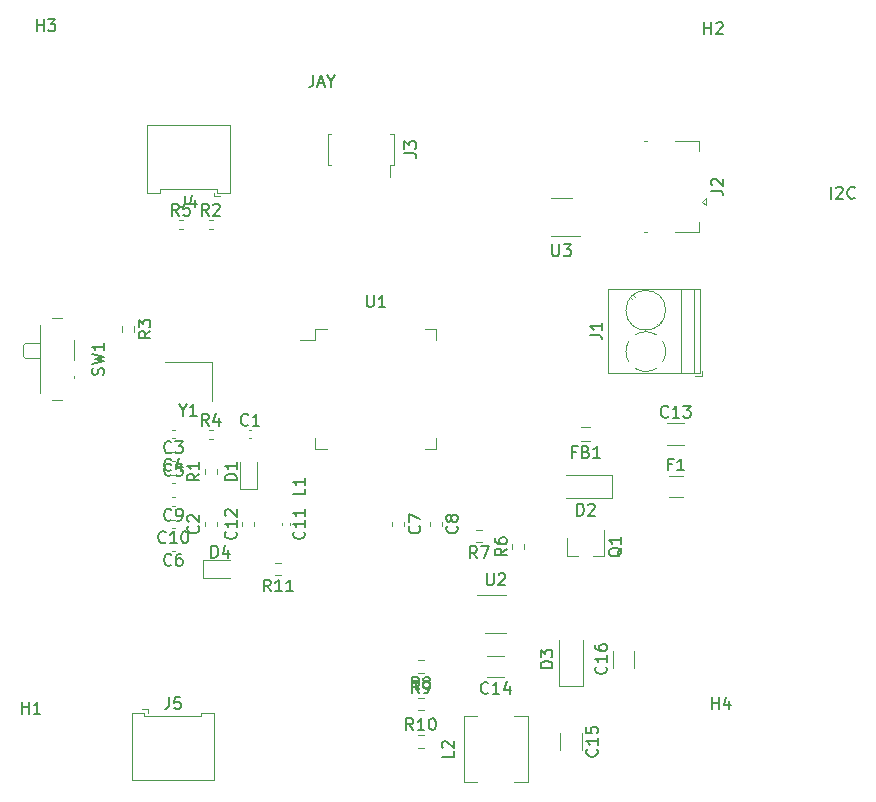
<source format=gbr>
%TF.GenerationSoftware,KiCad,Pcbnew,(5.1.9)-1*%
%TF.CreationDate,2021-05-06T02:52:03-06:00*%
%TF.ProjectId,stm32 design,73746d33-3220-4646-9573-69676e2e6b69,rev?*%
%TF.SameCoordinates,Original*%
%TF.FileFunction,Legend,Top*%
%TF.FilePolarity,Positive*%
%FSLAX46Y46*%
G04 Gerber Fmt 4.6, Leading zero omitted, Abs format (unit mm)*
G04 Created by KiCad (PCBNEW (5.1.9)-1) date 2021-05-06 02:52:03*
%MOMM*%
%LPD*%
G01*
G04 APERTURE LIST*
%ADD10C,0.150000*%
%ADD11C,0.120000*%
G04 APERTURE END LIST*
D10*
X135685714Y-50852380D02*
X135685714Y-51566666D01*
X135638095Y-51709523D01*
X135542857Y-51804761D01*
X135400000Y-51852380D01*
X135304761Y-51852380D01*
X136114285Y-51566666D02*
X136590476Y-51566666D01*
X136019047Y-51852380D02*
X136352380Y-50852380D01*
X136685714Y-51852380D01*
X137209523Y-51376190D02*
X137209523Y-51852380D01*
X136876190Y-50852380D02*
X137209523Y-51376190D01*
X137542857Y-50852380D01*
X179523809Y-61352380D02*
X179523809Y-60352380D01*
X179952380Y-60447619D02*
X180000000Y-60400000D01*
X180095238Y-60352380D01*
X180333333Y-60352380D01*
X180428571Y-60400000D01*
X180476190Y-60447619D01*
X180523809Y-60542857D01*
X180523809Y-60638095D01*
X180476190Y-60780952D01*
X179904761Y-61352380D01*
X180523809Y-61352380D01*
X181523809Y-61257142D02*
X181476190Y-61304761D01*
X181333333Y-61352380D01*
X181238095Y-61352380D01*
X181095238Y-61304761D01*
X181000000Y-61209523D01*
X180952380Y-61114285D01*
X180904761Y-60923809D01*
X180904761Y-60780952D01*
X180952380Y-60590476D01*
X181000000Y-60495238D01*
X181095238Y-60400000D01*
X181238095Y-60352380D01*
X181333333Y-60352380D01*
X181476190Y-60400000D01*
X181523809Y-60447619D01*
D11*
%TO.C,J2*%
X168900000Y-61325000D02*
X168900000Y-61925000D01*
X168600000Y-61625000D02*
X168900000Y-61925000D01*
X168600000Y-61625000D02*
X168900000Y-61325000D01*
X168370000Y-56455000D02*
X168370000Y-57325000D01*
X168370000Y-64195000D02*
X166300000Y-64195000D01*
X168370000Y-56455000D02*
X166300000Y-56455000D01*
X168370000Y-63325000D02*
X168370000Y-64195000D01*
X163900000Y-64195000D02*
X163650000Y-64195000D01*
X163900000Y-56455000D02*
X163650000Y-56455000D01*
%TO.C,C1*%
X130222164Y-81640000D02*
X130437836Y-81640000D01*
X130222164Y-80920000D02*
X130437836Y-80920000D01*
%TO.C,C2*%
X127510000Y-89040580D02*
X127510000Y-88759420D01*
X126490000Y-89040580D02*
X126490000Y-88759420D01*
%TO.C,C3*%
X123932836Y-81640000D02*
X123717164Y-81640000D01*
X123932836Y-80920000D02*
X123717164Y-80920000D01*
%TO.C,C4*%
X123717164Y-85450000D02*
X123932836Y-85450000D01*
X123717164Y-84730000D02*
X123932836Y-84730000D01*
%TO.C,C5*%
X123932836Y-83545000D02*
X123717164Y-83545000D01*
X123932836Y-82825000D02*
X123717164Y-82825000D01*
%TO.C,C6*%
X123932836Y-90445000D02*
X123717164Y-90445000D01*
X123932836Y-91165000D02*
X123717164Y-91165000D01*
%TO.C,C7*%
X143385000Y-88759420D02*
X143385000Y-89040580D01*
X142365000Y-88759420D02*
X142365000Y-89040580D01*
%TO.C,C8*%
X145540000Y-88759420D02*
X145540000Y-89040580D01*
X146560000Y-88759420D02*
X146560000Y-89040580D01*
%TO.C,C9*%
X123932836Y-87355000D02*
X123717164Y-87355000D01*
X123932836Y-86635000D02*
X123717164Y-86635000D01*
%TO.C,C10*%
X123932836Y-88540000D02*
X123717164Y-88540000D01*
X123932836Y-89260000D02*
X123717164Y-89260000D01*
%TO.C,C11*%
X133710000Y-88792164D02*
X133710000Y-89007836D01*
X132990000Y-88792164D02*
X132990000Y-89007836D01*
%TO.C,C12*%
X129665000Y-89040580D02*
X129665000Y-88759420D01*
X130685000Y-89040580D02*
X130685000Y-88759420D01*
%TO.C,C13*%
X165658748Y-82190000D02*
X167081252Y-82190000D01*
X165658748Y-80370000D02*
X167081252Y-80370000D01*
%TO.C,C14*%
X151841252Y-101875000D02*
X150418748Y-101875000D01*
X151841252Y-100055000D02*
X150418748Y-100055000D01*
%TO.C,C15*%
X158390000Y-106603748D02*
X158390000Y-108026252D01*
X156570000Y-106603748D02*
X156570000Y-108026252D01*
%TO.C,C16*%
X162835000Y-101041252D02*
X162835000Y-99618748D01*
X161015000Y-101041252D02*
X161015000Y-99618748D01*
%TO.C,D1*%
X130910000Y-85940000D02*
X130910000Y-83655000D01*
X129440000Y-85940000D02*
X130910000Y-85940000D01*
X129440000Y-83655000D02*
X129440000Y-85940000D01*
%TO.C,D2*%
X161000000Y-86725000D02*
X161000000Y-84725000D01*
X161000000Y-84725000D02*
X157100000Y-84725000D01*
X161000000Y-86725000D02*
X157100000Y-86725000D01*
%TO.C,D3*%
X156480000Y-102580000D02*
X156480000Y-98680000D01*
X158480000Y-102580000D02*
X158480000Y-98680000D01*
X156480000Y-102580000D02*
X158480000Y-102580000D01*
%TO.C,D4*%
X128587500Y-91975000D02*
X126302500Y-91975000D01*
X126302500Y-91975000D02*
X126302500Y-93445000D01*
X126302500Y-93445000D02*
X128587500Y-93445000D01*
%TO.C,F1*%
X165767936Y-84815000D02*
X166972064Y-84815000D01*
X165767936Y-86635000D02*
X166972064Y-86635000D01*
%TO.C,FB1*%
X159149622Y-81840000D02*
X158350378Y-81840000D01*
X159149622Y-80720000D02*
X158350378Y-80720000D01*
%TO.C,J1*%
X165510000Y-70795000D02*
G75*
G03*
X165510000Y-70795000I-1680000J0D01*
G01*
X167930000Y-76105000D02*
X167930000Y-68985000D01*
X166830000Y-76105000D02*
X166830000Y-68985000D01*
X160670000Y-76105000D02*
X160670000Y-68985000D01*
X168390000Y-76105000D02*
X168390000Y-68985000D01*
X160670000Y-76105000D02*
X168390000Y-76105000D01*
X160670000Y-68985000D02*
X168390000Y-68985000D01*
X162761000Y-69520000D02*
X162889000Y-69649000D01*
X165011000Y-71770000D02*
X165104000Y-71864000D01*
X162555000Y-69725000D02*
X162649000Y-69819000D01*
X164771000Y-71940000D02*
X164899000Y-72069000D01*
X167990000Y-76345000D02*
X168630000Y-76345000D01*
X168630000Y-76345000D02*
X168630000Y-75945000D01*
X165254721Y-73404736D02*
G75*
G02*
X165510000Y-74295000I-1424721J-890264D01*
G01*
X162939807Y-72869495D02*
G75*
G02*
X164721000Y-72870000I890193J-1425505D01*
G01*
X162404642Y-75184894D02*
G75*
G02*
X162390000Y-73429000I1425358J889894D01*
G01*
X164719894Y-75720358D02*
G75*
G02*
X162964000Y-75735000I-889894J1425358D01*
G01*
X165510099Y-74266326D02*
G75*
G02*
X165270000Y-75161000I-1680099J-28674D01*
G01*
%TO.C,J3*%
X142510000Y-55840000D02*
X142510000Y-58460000D01*
X142510000Y-58460000D02*
X142210000Y-58460000D01*
X137190000Y-58460000D02*
X136890000Y-58460000D01*
X136890000Y-55840000D02*
X136890000Y-58460000D01*
X142510000Y-55840000D02*
X142210000Y-55840000D01*
X137190000Y-55840000D02*
X136890000Y-55840000D01*
X142210000Y-58460000D02*
X142210000Y-59540000D01*
%TO.C,J4*%
X127250000Y-60840000D02*
X127250000Y-61140000D01*
X127250000Y-61140000D02*
X127750000Y-61140000D01*
X125125000Y-60550000D02*
X127540000Y-60550000D01*
X127540000Y-60550000D02*
X127540000Y-60850000D01*
X127540000Y-60850000D02*
X128610000Y-60850000D01*
X128610000Y-60850000D02*
X128610000Y-55130000D01*
X128610000Y-55130000D02*
X125125000Y-55130000D01*
X125125000Y-60550000D02*
X122710000Y-60550000D01*
X122710000Y-60550000D02*
X122710000Y-60850000D01*
X122710000Y-60850000D02*
X121640000Y-60850000D01*
X121640000Y-60850000D02*
X121640000Y-55130000D01*
X121640000Y-55130000D02*
X125125000Y-55130000D01*
%TO.C,J5*%
X127280000Y-110605000D02*
X123795000Y-110605000D01*
X127280000Y-104885000D02*
X127280000Y-110605000D01*
X126210000Y-104885000D02*
X127280000Y-104885000D01*
X126210000Y-105185000D02*
X126210000Y-104885000D01*
X123795000Y-105185000D02*
X126210000Y-105185000D01*
X120310000Y-110605000D02*
X123795000Y-110605000D01*
X120310000Y-104885000D02*
X120310000Y-110605000D01*
X121380000Y-104885000D02*
X120310000Y-104885000D01*
X121380000Y-105185000D02*
X121380000Y-104885000D01*
X123795000Y-105185000D02*
X121380000Y-105185000D01*
X121670000Y-104595000D02*
X121170000Y-104595000D01*
X121670000Y-104895000D02*
X121670000Y-104595000D01*
%TO.C,L2*%
X148430000Y-110750000D02*
X148430000Y-105150000D01*
X153830000Y-110750000D02*
X153830000Y-105150000D01*
X148430000Y-110750000D02*
X149580000Y-110750000D01*
X153830000Y-110750000D02*
X152680000Y-110750000D01*
X148430000Y-105150000D02*
X149580000Y-105150000D01*
X153830000Y-105150000D02*
X152680000Y-105150000D01*
%TO.C,Q1*%
X157170000Y-91565000D02*
X158100000Y-91565000D01*
X160330000Y-91565000D02*
X159400000Y-91565000D01*
X160330000Y-91565000D02*
X160330000Y-89405000D01*
X157170000Y-91565000D02*
X157170000Y-90105000D01*
%TO.C,R1*%
X127522500Y-84692258D02*
X127522500Y-84217742D01*
X126477500Y-84692258D02*
X126477500Y-84217742D01*
%TO.C,R2*%
X126846359Y-63880000D02*
X127153641Y-63880000D01*
X126846359Y-63120000D02*
X127153641Y-63120000D01*
%TO.C,R3*%
X119492500Y-72152742D02*
X119492500Y-72627258D01*
X120537500Y-72152742D02*
X120537500Y-72627258D01*
%TO.C,R4*%
X126846359Y-80900000D02*
X127153641Y-80900000D01*
X126846359Y-81660000D02*
X127153641Y-81660000D01*
%TO.C,R5*%
X124306359Y-63120000D02*
X124613641Y-63120000D01*
X124306359Y-63880000D02*
X124613641Y-63880000D01*
%TO.C,R6*%
X152512500Y-91042258D02*
X152512500Y-90567742D01*
X153557500Y-91042258D02*
X153557500Y-90567742D01*
%TO.C,R7*%
X149937258Y-89377500D02*
X149462742Y-89377500D01*
X149937258Y-90422500D02*
X149462742Y-90422500D01*
%TO.C,R8*%
X145017258Y-101487500D02*
X144542742Y-101487500D01*
X145017258Y-100442500D02*
X144542742Y-100442500D01*
%TO.C,R9*%
X144542742Y-104662500D02*
X145017258Y-104662500D01*
X144542742Y-103617500D02*
X145017258Y-103617500D01*
%TO.C,R10*%
X144542742Y-106792500D02*
X145017258Y-106792500D01*
X144542742Y-107837500D02*
X145017258Y-107837500D01*
%TO.C,R11*%
X132952258Y-93232500D02*
X132477742Y-93232500D01*
X132952258Y-92187500D02*
X132477742Y-92187500D01*
%TO.C,SW1*%
X115420000Y-76330000D02*
X115420000Y-76530000D01*
X111280000Y-73530000D02*
X111070000Y-73730000D01*
X111280000Y-74830000D02*
X111070000Y-74630000D01*
X112570000Y-73530000D02*
X111280000Y-73530000D01*
X111070000Y-73730000D02*
X111070000Y-74630000D01*
X111280000Y-74830000D02*
X112570000Y-74830000D01*
X112570000Y-72080000D02*
X112570000Y-77780000D01*
X115420000Y-73330000D02*
X115420000Y-75030000D01*
X114370000Y-71480000D02*
X113580000Y-71480000D01*
X113580000Y-78380000D02*
X114370000Y-78380000D01*
%TO.C,U1*%
X145130000Y-82580000D02*
X146080000Y-82580000D01*
X146080000Y-82580000D02*
X146080000Y-81630000D01*
X136810000Y-82580000D02*
X135860000Y-82580000D01*
X135860000Y-82580000D02*
X135860000Y-81630000D01*
X145130000Y-72360000D02*
X146080000Y-72360000D01*
X146080000Y-72360000D02*
X146080000Y-73310000D01*
X136810000Y-72360000D02*
X135860000Y-72360000D01*
X135860000Y-72360000D02*
X135860000Y-73310000D01*
X135860000Y-73310000D02*
X134520000Y-73310000D01*
%TO.C,U2*%
X152030000Y-94910000D02*
X149580000Y-94910000D01*
X150230000Y-98130000D02*
X152030000Y-98130000D01*
%TO.C,U3*%
X157575000Y-61255000D02*
X155775000Y-61255000D01*
X155775000Y-64475000D02*
X158225000Y-64475000D01*
%TO.C,Y1*%
X127095000Y-78485000D02*
X127095000Y-75185000D01*
X127095000Y-75185000D02*
X123095000Y-75185000D01*
%TO.C,J2*%
D10*
X169352380Y-60658333D02*
X170066666Y-60658333D01*
X170209523Y-60705952D01*
X170304761Y-60801190D01*
X170352380Y-60944047D01*
X170352380Y-61039285D01*
X169447619Y-60229761D02*
X169400000Y-60182142D01*
X169352380Y-60086904D01*
X169352380Y-59848809D01*
X169400000Y-59753571D01*
X169447619Y-59705952D01*
X169542857Y-59658333D01*
X169638095Y-59658333D01*
X169780952Y-59705952D01*
X170352380Y-60277380D01*
X170352380Y-59658333D01*
%TO.C,C1*%
X130163333Y-80477142D02*
X130115714Y-80524761D01*
X129972857Y-80572380D01*
X129877619Y-80572380D01*
X129734761Y-80524761D01*
X129639523Y-80429523D01*
X129591904Y-80334285D01*
X129544285Y-80143809D01*
X129544285Y-80000952D01*
X129591904Y-79810476D01*
X129639523Y-79715238D01*
X129734761Y-79620000D01*
X129877619Y-79572380D01*
X129972857Y-79572380D01*
X130115714Y-79620000D01*
X130163333Y-79667619D01*
X131115714Y-80572380D02*
X130544285Y-80572380D01*
X130830000Y-80572380D02*
X130830000Y-79572380D01*
X130734761Y-79715238D01*
X130639523Y-79810476D01*
X130544285Y-79858095D01*
%TO.C,C2*%
X125927142Y-89066666D02*
X125974761Y-89114285D01*
X126022380Y-89257142D01*
X126022380Y-89352380D01*
X125974761Y-89495238D01*
X125879523Y-89590476D01*
X125784285Y-89638095D01*
X125593809Y-89685714D01*
X125450952Y-89685714D01*
X125260476Y-89638095D01*
X125165238Y-89590476D01*
X125070000Y-89495238D01*
X125022380Y-89352380D01*
X125022380Y-89257142D01*
X125070000Y-89114285D01*
X125117619Y-89066666D01*
X125117619Y-88685714D02*
X125070000Y-88638095D01*
X125022380Y-88542857D01*
X125022380Y-88304761D01*
X125070000Y-88209523D01*
X125117619Y-88161904D01*
X125212857Y-88114285D01*
X125308095Y-88114285D01*
X125450952Y-88161904D01*
X126022380Y-88733333D01*
X126022380Y-88114285D01*
%TO.C,C3*%
X123658333Y-82797142D02*
X123610714Y-82844761D01*
X123467857Y-82892380D01*
X123372619Y-82892380D01*
X123229761Y-82844761D01*
X123134523Y-82749523D01*
X123086904Y-82654285D01*
X123039285Y-82463809D01*
X123039285Y-82320952D01*
X123086904Y-82130476D01*
X123134523Y-82035238D01*
X123229761Y-81940000D01*
X123372619Y-81892380D01*
X123467857Y-81892380D01*
X123610714Y-81940000D01*
X123658333Y-81987619D01*
X123991666Y-81892380D02*
X124610714Y-81892380D01*
X124277380Y-82273333D01*
X124420238Y-82273333D01*
X124515476Y-82320952D01*
X124563095Y-82368571D01*
X124610714Y-82463809D01*
X124610714Y-82701904D01*
X124563095Y-82797142D01*
X124515476Y-82844761D01*
X124420238Y-82892380D01*
X124134523Y-82892380D01*
X124039285Y-82844761D01*
X123991666Y-82797142D01*
%TO.C,C4*%
X123658333Y-84287142D02*
X123610714Y-84334761D01*
X123467857Y-84382380D01*
X123372619Y-84382380D01*
X123229761Y-84334761D01*
X123134523Y-84239523D01*
X123086904Y-84144285D01*
X123039285Y-83953809D01*
X123039285Y-83810952D01*
X123086904Y-83620476D01*
X123134523Y-83525238D01*
X123229761Y-83430000D01*
X123372619Y-83382380D01*
X123467857Y-83382380D01*
X123610714Y-83430000D01*
X123658333Y-83477619D01*
X124515476Y-83715714D02*
X124515476Y-84382380D01*
X124277380Y-83334761D02*
X124039285Y-84049047D01*
X124658333Y-84049047D01*
%TO.C,C5*%
X123658333Y-84702142D02*
X123610714Y-84749761D01*
X123467857Y-84797380D01*
X123372619Y-84797380D01*
X123229761Y-84749761D01*
X123134523Y-84654523D01*
X123086904Y-84559285D01*
X123039285Y-84368809D01*
X123039285Y-84225952D01*
X123086904Y-84035476D01*
X123134523Y-83940238D01*
X123229761Y-83845000D01*
X123372619Y-83797380D01*
X123467857Y-83797380D01*
X123610714Y-83845000D01*
X123658333Y-83892619D01*
X124563095Y-83797380D02*
X124086904Y-83797380D01*
X124039285Y-84273571D01*
X124086904Y-84225952D01*
X124182142Y-84178333D01*
X124420238Y-84178333D01*
X124515476Y-84225952D01*
X124563095Y-84273571D01*
X124610714Y-84368809D01*
X124610714Y-84606904D01*
X124563095Y-84702142D01*
X124515476Y-84749761D01*
X124420238Y-84797380D01*
X124182142Y-84797380D01*
X124086904Y-84749761D01*
X124039285Y-84702142D01*
%TO.C,C6*%
X123658333Y-92322142D02*
X123610714Y-92369761D01*
X123467857Y-92417380D01*
X123372619Y-92417380D01*
X123229761Y-92369761D01*
X123134523Y-92274523D01*
X123086904Y-92179285D01*
X123039285Y-91988809D01*
X123039285Y-91845952D01*
X123086904Y-91655476D01*
X123134523Y-91560238D01*
X123229761Y-91465000D01*
X123372619Y-91417380D01*
X123467857Y-91417380D01*
X123610714Y-91465000D01*
X123658333Y-91512619D01*
X124515476Y-91417380D02*
X124325000Y-91417380D01*
X124229761Y-91465000D01*
X124182142Y-91512619D01*
X124086904Y-91655476D01*
X124039285Y-91845952D01*
X124039285Y-92226904D01*
X124086904Y-92322142D01*
X124134523Y-92369761D01*
X124229761Y-92417380D01*
X124420238Y-92417380D01*
X124515476Y-92369761D01*
X124563095Y-92322142D01*
X124610714Y-92226904D01*
X124610714Y-91988809D01*
X124563095Y-91893571D01*
X124515476Y-91845952D01*
X124420238Y-91798333D01*
X124229761Y-91798333D01*
X124134523Y-91845952D01*
X124086904Y-91893571D01*
X124039285Y-91988809D01*
%TO.C,C7*%
X144662142Y-89066666D02*
X144709761Y-89114285D01*
X144757380Y-89257142D01*
X144757380Y-89352380D01*
X144709761Y-89495238D01*
X144614523Y-89590476D01*
X144519285Y-89638095D01*
X144328809Y-89685714D01*
X144185952Y-89685714D01*
X143995476Y-89638095D01*
X143900238Y-89590476D01*
X143805000Y-89495238D01*
X143757380Y-89352380D01*
X143757380Y-89257142D01*
X143805000Y-89114285D01*
X143852619Y-89066666D01*
X143757380Y-88733333D02*
X143757380Y-88066666D01*
X144757380Y-88495238D01*
%TO.C,C8*%
X147837142Y-89066666D02*
X147884761Y-89114285D01*
X147932380Y-89257142D01*
X147932380Y-89352380D01*
X147884761Y-89495238D01*
X147789523Y-89590476D01*
X147694285Y-89638095D01*
X147503809Y-89685714D01*
X147360952Y-89685714D01*
X147170476Y-89638095D01*
X147075238Y-89590476D01*
X146980000Y-89495238D01*
X146932380Y-89352380D01*
X146932380Y-89257142D01*
X146980000Y-89114285D01*
X147027619Y-89066666D01*
X147360952Y-88495238D02*
X147313333Y-88590476D01*
X147265714Y-88638095D01*
X147170476Y-88685714D01*
X147122857Y-88685714D01*
X147027619Y-88638095D01*
X146980000Y-88590476D01*
X146932380Y-88495238D01*
X146932380Y-88304761D01*
X146980000Y-88209523D01*
X147027619Y-88161904D01*
X147122857Y-88114285D01*
X147170476Y-88114285D01*
X147265714Y-88161904D01*
X147313333Y-88209523D01*
X147360952Y-88304761D01*
X147360952Y-88495238D01*
X147408571Y-88590476D01*
X147456190Y-88638095D01*
X147551428Y-88685714D01*
X147741904Y-88685714D01*
X147837142Y-88638095D01*
X147884761Y-88590476D01*
X147932380Y-88495238D01*
X147932380Y-88304761D01*
X147884761Y-88209523D01*
X147837142Y-88161904D01*
X147741904Y-88114285D01*
X147551428Y-88114285D01*
X147456190Y-88161904D01*
X147408571Y-88209523D01*
X147360952Y-88304761D01*
%TO.C,C9*%
X123658333Y-88512142D02*
X123610714Y-88559761D01*
X123467857Y-88607380D01*
X123372619Y-88607380D01*
X123229761Y-88559761D01*
X123134523Y-88464523D01*
X123086904Y-88369285D01*
X123039285Y-88178809D01*
X123039285Y-88035952D01*
X123086904Y-87845476D01*
X123134523Y-87750238D01*
X123229761Y-87655000D01*
X123372619Y-87607380D01*
X123467857Y-87607380D01*
X123610714Y-87655000D01*
X123658333Y-87702619D01*
X124134523Y-88607380D02*
X124325000Y-88607380D01*
X124420238Y-88559761D01*
X124467857Y-88512142D01*
X124563095Y-88369285D01*
X124610714Y-88178809D01*
X124610714Y-87797857D01*
X124563095Y-87702619D01*
X124515476Y-87655000D01*
X124420238Y-87607380D01*
X124229761Y-87607380D01*
X124134523Y-87655000D01*
X124086904Y-87702619D01*
X124039285Y-87797857D01*
X124039285Y-88035952D01*
X124086904Y-88131190D01*
X124134523Y-88178809D01*
X124229761Y-88226428D01*
X124420238Y-88226428D01*
X124515476Y-88178809D01*
X124563095Y-88131190D01*
X124610714Y-88035952D01*
%TO.C,C10*%
X123182142Y-90417142D02*
X123134523Y-90464761D01*
X122991666Y-90512380D01*
X122896428Y-90512380D01*
X122753571Y-90464761D01*
X122658333Y-90369523D01*
X122610714Y-90274285D01*
X122563095Y-90083809D01*
X122563095Y-89940952D01*
X122610714Y-89750476D01*
X122658333Y-89655238D01*
X122753571Y-89560000D01*
X122896428Y-89512380D01*
X122991666Y-89512380D01*
X123134523Y-89560000D01*
X123182142Y-89607619D01*
X124134523Y-90512380D02*
X123563095Y-90512380D01*
X123848809Y-90512380D02*
X123848809Y-89512380D01*
X123753571Y-89655238D01*
X123658333Y-89750476D01*
X123563095Y-89798095D01*
X124753571Y-89512380D02*
X124848809Y-89512380D01*
X124944047Y-89560000D01*
X124991666Y-89607619D01*
X125039285Y-89702857D01*
X125086904Y-89893333D01*
X125086904Y-90131428D01*
X125039285Y-90321904D01*
X124991666Y-90417142D01*
X124944047Y-90464761D01*
X124848809Y-90512380D01*
X124753571Y-90512380D01*
X124658333Y-90464761D01*
X124610714Y-90417142D01*
X124563095Y-90321904D01*
X124515476Y-90131428D01*
X124515476Y-89893333D01*
X124563095Y-89702857D01*
X124610714Y-89607619D01*
X124658333Y-89560000D01*
X124753571Y-89512380D01*
%TO.C,C11*%
X134867142Y-89542857D02*
X134914761Y-89590476D01*
X134962380Y-89733333D01*
X134962380Y-89828571D01*
X134914761Y-89971428D01*
X134819523Y-90066666D01*
X134724285Y-90114285D01*
X134533809Y-90161904D01*
X134390952Y-90161904D01*
X134200476Y-90114285D01*
X134105238Y-90066666D01*
X134010000Y-89971428D01*
X133962380Y-89828571D01*
X133962380Y-89733333D01*
X134010000Y-89590476D01*
X134057619Y-89542857D01*
X134962380Y-88590476D02*
X134962380Y-89161904D01*
X134962380Y-88876190D02*
X133962380Y-88876190D01*
X134105238Y-88971428D01*
X134200476Y-89066666D01*
X134248095Y-89161904D01*
X134962380Y-87638095D02*
X134962380Y-88209523D01*
X134962380Y-87923809D02*
X133962380Y-87923809D01*
X134105238Y-88019047D01*
X134200476Y-88114285D01*
X134248095Y-88209523D01*
%TO.C,C12*%
X129102142Y-89542857D02*
X129149761Y-89590476D01*
X129197380Y-89733333D01*
X129197380Y-89828571D01*
X129149761Y-89971428D01*
X129054523Y-90066666D01*
X128959285Y-90114285D01*
X128768809Y-90161904D01*
X128625952Y-90161904D01*
X128435476Y-90114285D01*
X128340238Y-90066666D01*
X128245000Y-89971428D01*
X128197380Y-89828571D01*
X128197380Y-89733333D01*
X128245000Y-89590476D01*
X128292619Y-89542857D01*
X129197380Y-88590476D02*
X129197380Y-89161904D01*
X129197380Y-88876190D02*
X128197380Y-88876190D01*
X128340238Y-88971428D01*
X128435476Y-89066666D01*
X128483095Y-89161904D01*
X128292619Y-88209523D02*
X128245000Y-88161904D01*
X128197380Y-88066666D01*
X128197380Y-87828571D01*
X128245000Y-87733333D01*
X128292619Y-87685714D01*
X128387857Y-87638095D01*
X128483095Y-87638095D01*
X128625952Y-87685714D01*
X129197380Y-88257142D01*
X129197380Y-87638095D01*
%TO.C,C13*%
X165727142Y-79787142D02*
X165679523Y-79834761D01*
X165536666Y-79882380D01*
X165441428Y-79882380D01*
X165298571Y-79834761D01*
X165203333Y-79739523D01*
X165155714Y-79644285D01*
X165108095Y-79453809D01*
X165108095Y-79310952D01*
X165155714Y-79120476D01*
X165203333Y-79025238D01*
X165298571Y-78930000D01*
X165441428Y-78882380D01*
X165536666Y-78882380D01*
X165679523Y-78930000D01*
X165727142Y-78977619D01*
X166679523Y-79882380D02*
X166108095Y-79882380D01*
X166393809Y-79882380D02*
X166393809Y-78882380D01*
X166298571Y-79025238D01*
X166203333Y-79120476D01*
X166108095Y-79168095D01*
X167012857Y-78882380D02*
X167631904Y-78882380D01*
X167298571Y-79263333D01*
X167441428Y-79263333D01*
X167536666Y-79310952D01*
X167584285Y-79358571D01*
X167631904Y-79453809D01*
X167631904Y-79691904D01*
X167584285Y-79787142D01*
X167536666Y-79834761D01*
X167441428Y-79882380D01*
X167155714Y-79882380D01*
X167060476Y-79834761D01*
X167012857Y-79787142D01*
%TO.C,C14*%
X150487142Y-103172142D02*
X150439523Y-103219761D01*
X150296666Y-103267380D01*
X150201428Y-103267380D01*
X150058571Y-103219761D01*
X149963333Y-103124523D01*
X149915714Y-103029285D01*
X149868095Y-102838809D01*
X149868095Y-102695952D01*
X149915714Y-102505476D01*
X149963333Y-102410238D01*
X150058571Y-102315000D01*
X150201428Y-102267380D01*
X150296666Y-102267380D01*
X150439523Y-102315000D01*
X150487142Y-102362619D01*
X151439523Y-103267380D02*
X150868095Y-103267380D01*
X151153809Y-103267380D02*
X151153809Y-102267380D01*
X151058571Y-102410238D01*
X150963333Y-102505476D01*
X150868095Y-102553095D01*
X152296666Y-102600714D02*
X152296666Y-103267380D01*
X152058571Y-102219761D02*
X151820476Y-102934047D01*
X152439523Y-102934047D01*
%TO.C,C15*%
X159687142Y-107957857D02*
X159734761Y-108005476D01*
X159782380Y-108148333D01*
X159782380Y-108243571D01*
X159734761Y-108386428D01*
X159639523Y-108481666D01*
X159544285Y-108529285D01*
X159353809Y-108576904D01*
X159210952Y-108576904D01*
X159020476Y-108529285D01*
X158925238Y-108481666D01*
X158830000Y-108386428D01*
X158782380Y-108243571D01*
X158782380Y-108148333D01*
X158830000Y-108005476D01*
X158877619Y-107957857D01*
X159782380Y-107005476D02*
X159782380Y-107576904D01*
X159782380Y-107291190D02*
X158782380Y-107291190D01*
X158925238Y-107386428D01*
X159020476Y-107481666D01*
X159068095Y-107576904D01*
X158782380Y-106100714D02*
X158782380Y-106576904D01*
X159258571Y-106624523D01*
X159210952Y-106576904D01*
X159163333Y-106481666D01*
X159163333Y-106243571D01*
X159210952Y-106148333D01*
X159258571Y-106100714D01*
X159353809Y-106053095D01*
X159591904Y-106053095D01*
X159687142Y-106100714D01*
X159734761Y-106148333D01*
X159782380Y-106243571D01*
X159782380Y-106481666D01*
X159734761Y-106576904D01*
X159687142Y-106624523D01*
%TO.C,C16*%
X160432142Y-100972857D02*
X160479761Y-101020476D01*
X160527380Y-101163333D01*
X160527380Y-101258571D01*
X160479761Y-101401428D01*
X160384523Y-101496666D01*
X160289285Y-101544285D01*
X160098809Y-101591904D01*
X159955952Y-101591904D01*
X159765476Y-101544285D01*
X159670238Y-101496666D01*
X159575000Y-101401428D01*
X159527380Y-101258571D01*
X159527380Y-101163333D01*
X159575000Y-101020476D01*
X159622619Y-100972857D01*
X160527380Y-100020476D02*
X160527380Y-100591904D01*
X160527380Y-100306190D02*
X159527380Y-100306190D01*
X159670238Y-100401428D01*
X159765476Y-100496666D01*
X159813095Y-100591904D01*
X159527380Y-99163333D02*
X159527380Y-99353809D01*
X159575000Y-99449047D01*
X159622619Y-99496666D01*
X159765476Y-99591904D01*
X159955952Y-99639523D01*
X160336904Y-99639523D01*
X160432142Y-99591904D01*
X160479761Y-99544285D01*
X160527380Y-99449047D01*
X160527380Y-99258571D01*
X160479761Y-99163333D01*
X160432142Y-99115714D01*
X160336904Y-99068095D01*
X160098809Y-99068095D01*
X160003571Y-99115714D01*
X159955952Y-99163333D01*
X159908333Y-99258571D01*
X159908333Y-99449047D01*
X159955952Y-99544285D01*
X160003571Y-99591904D01*
X160098809Y-99639523D01*
%TO.C,D1*%
X129197380Y-85193095D02*
X128197380Y-85193095D01*
X128197380Y-84955000D01*
X128245000Y-84812142D01*
X128340238Y-84716904D01*
X128435476Y-84669285D01*
X128625952Y-84621666D01*
X128768809Y-84621666D01*
X128959285Y-84669285D01*
X129054523Y-84716904D01*
X129149761Y-84812142D01*
X129197380Y-84955000D01*
X129197380Y-85193095D01*
X129197380Y-83669285D02*
X129197380Y-84240714D01*
X129197380Y-83955000D02*
X128197380Y-83955000D01*
X128340238Y-84050238D01*
X128435476Y-84145476D01*
X128483095Y-84240714D01*
%TO.C,D2*%
X158011904Y-88177380D02*
X158011904Y-87177380D01*
X158250000Y-87177380D01*
X158392857Y-87225000D01*
X158488095Y-87320238D01*
X158535714Y-87415476D01*
X158583333Y-87605952D01*
X158583333Y-87748809D01*
X158535714Y-87939285D01*
X158488095Y-88034523D01*
X158392857Y-88129761D01*
X158250000Y-88177380D01*
X158011904Y-88177380D01*
X158964285Y-87272619D02*
X159011904Y-87225000D01*
X159107142Y-87177380D01*
X159345238Y-87177380D01*
X159440476Y-87225000D01*
X159488095Y-87272619D01*
X159535714Y-87367857D01*
X159535714Y-87463095D01*
X159488095Y-87605952D01*
X158916666Y-88177380D01*
X159535714Y-88177380D01*
%TO.C,D3*%
X155932380Y-101068095D02*
X154932380Y-101068095D01*
X154932380Y-100830000D01*
X154980000Y-100687142D01*
X155075238Y-100591904D01*
X155170476Y-100544285D01*
X155360952Y-100496666D01*
X155503809Y-100496666D01*
X155694285Y-100544285D01*
X155789523Y-100591904D01*
X155884761Y-100687142D01*
X155932380Y-100830000D01*
X155932380Y-101068095D01*
X154932380Y-100163333D02*
X154932380Y-99544285D01*
X155313333Y-99877619D01*
X155313333Y-99734761D01*
X155360952Y-99639523D01*
X155408571Y-99591904D01*
X155503809Y-99544285D01*
X155741904Y-99544285D01*
X155837142Y-99591904D01*
X155884761Y-99639523D01*
X155932380Y-99734761D01*
X155932380Y-100020476D01*
X155884761Y-100115714D01*
X155837142Y-100163333D01*
%TO.C,D4*%
X127049404Y-91732380D02*
X127049404Y-90732380D01*
X127287500Y-90732380D01*
X127430357Y-90780000D01*
X127525595Y-90875238D01*
X127573214Y-90970476D01*
X127620833Y-91160952D01*
X127620833Y-91303809D01*
X127573214Y-91494285D01*
X127525595Y-91589523D01*
X127430357Y-91684761D01*
X127287500Y-91732380D01*
X127049404Y-91732380D01*
X128477976Y-91065714D02*
X128477976Y-91732380D01*
X128239880Y-90684761D02*
X128001785Y-91399047D01*
X128620833Y-91399047D01*
%TO.C,F1*%
X166036666Y-83833571D02*
X165703333Y-83833571D01*
X165703333Y-84357380D02*
X165703333Y-83357380D01*
X166179523Y-83357380D01*
X167084285Y-84357380D02*
X166512857Y-84357380D01*
X166798571Y-84357380D02*
X166798571Y-83357380D01*
X166703333Y-83500238D01*
X166608095Y-83595476D01*
X166512857Y-83643095D01*
%TO.C,FB1*%
X157916666Y-82758571D02*
X157583333Y-82758571D01*
X157583333Y-83282380D02*
X157583333Y-82282380D01*
X158059523Y-82282380D01*
X158773809Y-82758571D02*
X158916666Y-82806190D01*
X158964285Y-82853809D01*
X159011904Y-82949047D01*
X159011904Y-83091904D01*
X158964285Y-83187142D01*
X158916666Y-83234761D01*
X158821428Y-83282380D01*
X158440476Y-83282380D01*
X158440476Y-82282380D01*
X158773809Y-82282380D01*
X158869047Y-82330000D01*
X158916666Y-82377619D01*
X158964285Y-82472857D01*
X158964285Y-82568095D01*
X158916666Y-82663333D01*
X158869047Y-82710952D01*
X158773809Y-82758571D01*
X158440476Y-82758571D01*
X159964285Y-83282380D02*
X159392857Y-83282380D01*
X159678571Y-83282380D02*
X159678571Y-82282380D01*
X159583333Y-82425238D01*
X159488095Y-82520476D01*
X159392857Y-82568095D01*
%TO.C,H1*%
X110998095Y-104947380D02*
X110998095Y-103947380D01*
X110998095Y-104423571D02*
X111569523Y-104423571D01*
X111569523Y-104947380D02*
X111569523Y-103947380D01*
X112569523Y-104947380D02*
X111998095Y-104947380D01*
X112283809Y-104947380D02*
X112283809Y-103947380D01*
X112188571Y-104090238D01*
X112093333Y-104185476D01*
X111998095Y-104233095D01*
%TO.C,H2*%
X168783095Y-47417380D02*
X168783095Y-46417380D01*
X168783095Y-46893571D02*
X169354523Y-46893571D01*
X169354523Y-47417380D02*
X169354523Y-46417380D01*
X169783095Y-46512619D02*
X169830714Y-46465000D01*
X169925952Y-46417380D01*
X170164047Y-46417380D01*
X170259285Y-46465000D01*
X170306904Y-46512619D01*
X170354523Y-46607857D01*
X170354523Y-46703095D01*
X170306904Y-46845952D01*
X169735476Y-47417380D01*
X170354523Y-47417380D01*
%TO.C,H3*%
X112268095Y-47162380D02*
X112268095Y-46162380D01*
X112268095Y-46638571D02*
X112839523Y-46638571D01*
X112839523Y-47162380D02*
X112839523Y-46162380D01*
X113220476Y-46162380D02*
X113839523Y-46162380D01*
X113506190Y-46543333D01*
X113649047Y-46543333D01*
X113744285Y-46590952D01*
X113791904Y-46638571D01*
X113839523Y-46733809D01*
X113839523Y-46971904D01*
X113791904Y-47067142D01*
X113744285Y-47114761D01*
X113649047Y-47162380D01*
X113363333Y-47162380D01*
X113268095Y-47114761D01*
X113220476Y-47067142D01*
%TO.C,H4*%
X169418095Y-104567380D02*
X169418095Y-103567380D01*
X169418095Y-104043571D02*
X169989523Y-104043571D01*
X169989523Y-104567380D02*
X169989523Y-103567380D01*
X170894285Y-103900714D02*
X170894285Y-104567380D01*
X170656190Y-103519761D02*
X170418095Y-104234047D01*
X171037142Y-104234047D01*
%TO.C,J1*%
X159122380Y-72878333D02*
X159836666Y-72878333D01*
X159979523Y-72925952D01*
X160074761Y-73021190D01*
X160122380Y-73164047D01*
X160122380Y-73259285D01*
X160122380Y-71878333D02*
X160122380Y-72449761D01*
X160122380Y-72164047D02*
X159122380Y-72164047D01*
X159265238Y-72259285D01*
X159360476Y-72354523D01*
X159408095Y-72449761D01*
%TO.C,J3*%
X143402380Y-57483333D02*
X144116666Y-57483333D01*
X144259523Y-57530952D01*
X144354761Y-57626190D01*
X144402380Y-57769047D01*
X144402380Y-57864285D01*
X143402380Y-57102380D02*
X143402380Y-56483333D01*
X143783333Y-56816666D01*
X143783333Y-56673809D01*
X143830952Y-56578571D01*
X143878571Y-56530952D01*
X143973809Y-56483333D01*
X144211904Y-56483333D01*
X144307142Y-56530952D01*
X144354761Y-56578571D01*
X144402380Y-56673809D01*
X144402380Y-56959523D01*
X144354761Y-57054761D01*
X144307142Y-57102380D01*
%TO.C,J4*%
X124786666Y-61092380D02*
X124786666Y-61806666D01*
X124739047Y-61949523D01*
X124643809Y-62044761D01*
X124500952Y-62092380D01*
X124405714Y-62092380D01*
X125691428Y-61425714D02*
X125691428Y-62092380D01*
X125453333Y-61044761D02*
X125215238Y-61759047D01*
X125834285Y-61759047D01*
%TO.C,J5*%
X123466666Y-103547380D02*
X123466666Y-104261666D01*
X123419047Y-104404523D01*
X123323809Y-104499761D01*
X123180952Y-104547380D01*
X123085714Y-104547380D01*
X124419047Y-103547380D02*
X123942857Y-103547380D01*
X123895238Y-104023571D01*
X123942857Y-103975952D01*
X124038095Y-103928333D01*
X124276190Y-103928333D01*
X124371428Y-103975952D01*
X124419047Y-104023571D01*
X124466666Y-104118809D01*
X124466666Y-104356904D01*
X124419047Y-104452142D01*
X124371428Y-104499761D01*
X124276190Y-104547380D01*
X124038095Y-104547380D01*
X123942857Y-104499761D01*
X123895238Y-104452142D01*
%TO.C,L1*%
X134972380Y-85891666D02*
X134972380Y-86367857D01*
X133972380Y-86367857D01*
X134972380Y-85034523D02*
X134972380Y-85605952D01*
X134972380Y-85320238D02*
X133972380Y-85320238D01*
X134115238Y-85415476D01*
X134210476Y-85510714D01*
X134258095Y-85605952D01*
%TO.C,L2*%
X147562380Y-108116666D02*
X147562380Y-108592857D01*
X146562380Y-108592857D01*
X146657619Y-107830952D02*
X146610000Y-107783333D01*
X146562380Y-107688095D01*
X146562380Y-107450000D01*
X146610000Y-107354761D01*
X146657619Y-107307142D01*
X146752857Y-107259523D01*
X146848095Y-107259523D01*
X146990952Y-107307142D01*
X147562380Y-107878571D01*
X147562380Y-107259523D01*
%TO.C,Q1*%
X161797619Y-90900238D02*
X161750000Y-90995476D01*
X161654761Y-91090714D01*
X161511904Y-91233571D01*
X161464285Y-91328809D01*
X161464285Y-91424047D01*
X161702380Y-91376428D02*
X161654761Y-91471666D01*
X161559523Y-91566904D01*
X161369047Y-91614523D01*
X161035714Y-91614523D01*
X160845238Y-91566904D01*
X160750000Y-91471666D01*
X160702380Y-91376428D01*
X160702380Y-91185952D01*
X160750000Y-91090714D01*
X160845238Y-90995476D01*
X161035714Y-90947857D01*
X161369047Y-90947857D01*
X161559523Y-90995476D01*
X161654761Y-91090714D01*
X161702380Y-91185952D01*
X161702380Y-91376428D01*
X161702380Y-89995476D02*
X161702380Y-90566904D01*
X161702380Y-90281190D02*
X160702380Y-90281190D01*
X160845238Y-90376428D01*
X160940476Y-90471666D01*
X160988095Y-90566904D01*
%TO.C,R1*%
X126022380Y-84621666D02*
X125546190Y-84955000D01*
X126022380Y-85193095D02*
X125022380Y-85193095D01*
X125022380Y-84812142D01*
X125070000Y-84716904D01*
X125117619Y-84669285D01*
X125212857Y-84621666D01*
X125355714Y-84621666D01*
X125450952Y-84669285D01*
X125498571Y-84716904D01*
X125546190Y-84812142D01*
X125546190Y-85193095D01*
X126022380Y-83669285D02*
X126022380Y-84240714D01*
X126022380Y-83955000D02*
X125022380Y-83955000D01*
X125165238Y-84050238D01*
X125260476Y-84145476D01*
X125308095Y-84240714D01*
%TO.C,R2*%
X126833333Y-62782380D02*
X126500000Y-62306190D01*
X126261904Y-62782380D02*
X126261904Y-61782380D01*
X126642857Y-61782380D01*
X126738095Y-61830000D01*
X126785714Y-61877619D01*
X126833333Y-61972857D01*
X126833333Y-62115714D01*
X126785714Y-62210952D01*
X126738095Y-62258571D01*
X126642857Y-62306190D01*
X126261904Y-62306190D01*
X127214285Y-61877619D02*
X127261904Y-61830000D01*
X127357142Y-61782380D01*
X127595238Y-61782380D01*
X127690476Y-61830000D01*
X127738095Y-61877619D01*
X127785714Y-61972857D01*
X127785714Y-62068095D01*
X127738095Y-62210952D01*
X127166666Y-62782380D01*
X127785714Y-62782380D01*
%TO.C,R3*%
X121897380Y-72556666D02*
X121421190Y-72890000D01*
X121897380Y-73128095D02*
X120897380Y-73128095D01*
X120897380Y-72747142D01*
X120945000Y-72651904D01*
X120992619Y-72604285D01*
X121087857Y-72556666D01*
X121230714Y-72556666D01*
X121325952Y-72604285D01*
X121373571Y-72651904D01*
X121421190Y-72747142D01*
X121421190Y-73128095D01*
X120897380Y-72223333D02*
X120897380Y-71604285D01*
X121278333Y-71937619D01*
X121278333Y-71794761D01*
X121325952Y-71699523D01*
X121373571Y-71651904D01*
X121468809Y-71604285D01*
X121706904Y-71604285D01*
X121802142Y-71651904D01*
X121849761Y-71699523D01*
X121897380Y-71794761D01*
X121897380Y-72080476D01*
X121849761Y-72175714D01*
X121802142Y-72223333D01*
%TO.C,R4*%
X126833333Y-80562380D02*
X126500000Y-80086190D01*
X126261904Y-80562380D02*
X126261904Y-79562380D01*
X126642857Y-79562380D01*
X126738095Y-79610000D01*
X126785714Y-79657619D01*
X126833333Y-79752857D01*
X126833333Y-79895714D01*
X126785714Y-79990952D01*
X126738095Y-80038571D01*
X126642857Y-80086190D01*
X126261904Y-80086190D01*
X127690476Y-79895714D02*
X127690476Y-80562380D01*
X127452380Y-79514761D02*
X127214285Y-80229047D01*
X127833333Y-80229047D01*
%TO.C,R5*%
X124293333Y-62782380D02*
X123960000Y-62306190D01*
X123721904Y-62782380D02*
X123721904Y-61782380D01*
X124102857Y-61782380D01*
X124198095Y-61830000D01*
X124245714Y-61877619D01*
X124293333Y-61972857D01*
X124293333Y-62115714D01*
X124245714Y-62210952D01*
X124198095Y-62258571D01*
X124102857Y-62306190D01*
X123721904Y-62306190D01*
X125198095Y-61782380D02*
X124721904Y-61782380D01*
X124674285Y-62258571D01*
X124721904Y-62210952D01*
X124817142Y-62163333D01*
X125055238Y-62163333D01*
X125150476Y-62210952D01*
X125198095Y-62258571D01*
X125245714Y-62353809D01*
X125245714Y-62591904D01*
X125198095Y-62687142D01*
X125150476Y-62734761D01*
X125055238Y-62782380D01*
X124817142Y-62782380D01*
X124721904Y-62734761D01*
X124674285Y-62687142D01*
%TO.C,R6*%
X152057380Y-90971666D02*
X151581190Y-91305000D01*
X152057380Y-91543095D02*
X151057380Y-91543095D01*
X151057380Y-91162142D01*
X151105000Y-91066904D01*
X151152619Y-91019285D01*
X151247857Y-90971666D01*
X151390714Y-90971666D01*
X151485952Y-91019285D01*
X151533571Y-91066904D01*
X151581190Y-91162142D01*
X151581190Y-91543095D01*
X151057380Y-90114523D02*
X151057380Y-90305000D01*
X151105000Y-90400238D01*
X151152619Y-90447857D01*
X151295476Y-90543095D01*
X151485952Y-90590714D01*
X151866904Y-90590714D01*
X151962142Y-90543095D01*
X152009761Y-90495476D01*
X152057380Y-90400238D01*
X152057380Y-90209761D01*
X152009761Y-90114523D01*
X151962142Y-90066904D01*
X151866904Y-90019285D01*
X151628809Y-90019285D01*
X151533571Y-90066904D01*
X151485952Y-90114523D01*
X151438333Y-90209761D01*
X151438333Y-90400238D01*
X151485952Y-90495476D01*
X151533571Y-90543095D01*
X151628809Y-90590714D01*
%TO.C,R7*%
X149533333Y-91782380D02*
X149200000Y-91306190D01*
X148961904Y-91782380D02*
X148961904Y-90782380D01*
X149342857Y-90782380D01*
X149438095Y-90830000D01*
X149485714Y-90877619D01*
X149533333Y-90972857D01*
X149533333Y-91115714D01*
X149485714Y-91210952D01*
X149438095Y-91258571D01*
X149342857Y-91306190D01*
X148961904Y-91306190D01*
X149866666Y-90782380D02*
X150533333Y-90782380D01*
X150104761Y-91782380D01*
%TO.C,R8*%
X144613333Y-102847380D02*
X144280000Y-102371190D01*
X144041904Y-102847380D02*
X144041904Y-101847380D01*
X144422857Y-101847380D01*
X144518095Y-101895000D01*
X144565714Y-101942619D01*
X144613333Y-102037857D01*
X144613333Y-102180714D01*
X144565714Y-102275952D01*
X144518095Y-102323571D01*
X144422857Y-102371190D01*
X144041904Y-102371190D01*
X145184761Y-102275952D02*
X145089523Y-102228333D01*
X145041904Y-102180714D01*
X144994285Y-102085476D01*
X144994285Y-102037857D01*
X145041904Y-101942619D01*
X145089523Y-101895000D01*
X145184761Y-101847380D01*
X145375238Y-101847380D01*
X145470476Y-101895000D01*
X145518095Y-101942619D01*
X145565714Y-102037857D01*
X145565714Y-102085476D01*
X145518095Y-102180714D01*
X145470476Y-102228333D01*
X145375238Y-102275952D01*
X145184761Y-102275952D01*
X145089523Y-102323571D01*
X145041904Y-102371190D01*
X144994285Y-102466428D01*
X144994285Y-102656904D01*
X145041904Y-102752142D01*
X145089523Y-102799761D01*
X145184761Y-102847380D01*
X145375238Y-102847380D01*
X145470476Y-102799761D01*
X145518095Y-102752142D01*
X145565714Y-102656904D01*
X145565714Y-102466428D01*
X145518095Y-102371190D01*
X145470476Y-102323571D01*
X145375238Y-102275952D01*
%TO.C,R9*%
X144613333Y-103162380D02*
X144280000Y-102686190D01*
X144041904Y-103162380D02*
X144041904Y-102162380D01*
X144422857Y-102162380D01*
X144518095Y-102210000D01*
X144565714Y-102257619D01*
X144613333Y-102352857D01*
X144613333Y-102495714D01*
X144565714Y-102590952D01*
X144518095Y-102638571D01*
X144422857Y-102686190D01*
X144041904Y-102686190D01*
X145089523Y-103162380D02*
X145280000Y-103162380D01*
X145375238Y-103114761D01*
X145422857Y-103067142D01*
X145518095Y-102924285D01*
X145565714Y-102733809D01*
X145565714Y-102352857D01*
X145518095Y-102257619D01*
X145470476Y-102210000D01*
X145375238Y-102162380D01*
X145184761Y-102162380D01*
X145089523Y-102210000D01*
X145041904Y-102257619D01*
X144994285Y-102352857D01*
X144994285Y-102590952D01*
X145041904Y-102686190D01*
X145089523Y-102733809D01*
X145184761Y-102781428D01*
X145375238Y-102781428D01*
X145470476Y-102733809D01*
X145518095Y-102686190D01*
X145565714Y-102590952D01*
%TO.C,R10*%
X144137142Y-106337380D02*
X143803809Y-105861190D01*
X143565714Y-106337380D02*
X143565714Y-105337380D01*
X143946666Y-105337380D01*
X144041904Y-105385000D01*
X144089523Y-105432619D01*
X144137142Y-105527857D01*
X144137142Y-105670714D01*
X144089523Y-105765952D01*
X144041904Y-105813571D01*
X143946666Y-105861190D01*
X143565714Y-105861190D01*
X145089523Y-106337380D02*
X144518095Y-106337380D01*
X144803809Y-106337380D02*
X144803809Y-105337380D01*
X144708571Y-105480238D01*
X144613333Y-105575476D01*
X144518095Y-105623095D01*
X145708571Y-105337380D02*
X145803809Y-105337380D01*
X145899047Y-105385000D01*
X145946666Y-105432619D01*
X145994285Y-105527857D01*
X146041904Y-105718333D01*
X146041904Y-105956428D01*
X145994285Y-106146904D01*
X145946666Y-106242142D01*
X145899047Y-106289761D01*
X145803809Y-106337380D01*
X145708571Y-106337380D01*
X145613333Y-106289761D01*
X145565714Y-106242142D01*
X145518095Y-106146904D01*
X145470476Y-105956428D01*
X145470476Y-105718333D01*
X145518095Y-105527857D01*
X145565714Y-105432619D01*
X145613333Y-105385000D01*
X145708571Y-105337380D01*
%TO.C,R11*%
X132072142Y-94592380D02*
X131738809Y-94116190D01*
X131500714Y-94592380D02*
X131500714Y-93592380D01*
X131881666Y-93592380D01*
X131976904Y-93640000D01*
X132024523Y-93687619D01*
X132072142Y-93782857D01*
X132072142Y-93925714D01*
X132024523Y-94020952D01*
X131976904Y-94068571D01*
X131881666Y-94116190D01*
X131500714Y-94116190D01*
X133024523Y-94592380D02*
X132453095Y-94592380D01*
X132738809Y-94592380D02*
X132738809Y-93592380D01*
X132643571Y-93735238D01*
X132548333Y-93830476D01*
X132453095Y-93878095D01*
X133976904Y-94592380D02*
X133405476Y-94592380D01*
X133691190Y-94592380D02*
X133691190Y-93592380D01*
X133595952Y-93735238D01*
X133500714Y-93830476D01*
X133405476Y-93878095D01*
%TO.C,SW1*%
X117904761Y-76263333D02*
X117952380Y-76120476D01*
X117952380Y-75882380D01*
X117904761Y-75787142D01*
X117857142Y-75739523D01*
X117761904Y-75691904D01*
X117666666Y-75691904D01*
X117571428Y-75739523D01*
X117523809Y-75787142D01*
X117476190Y-75882380D01*
X117428571Y-76072857D01*
X117380952Y-76168095D01*
X117333333Y-76215714D01*
X117238095Y-76263333D01*
X117142857Y-76263333D01*
X117047619Y-76215714D01*
X117000000Y-76168095D01*
X116952380Y-76072857D01*
X116952380Y-75834761D01*
X117000000Y-75691904D01*
X116952380Y-75358571D02*
X117952380Y-75120476D01*
X117238095Y-74930000D01*
X117952380Y-74739523D01*
X116952380Y-74501428D01*
X117952380Y-73596666D02*
X117952380Y-74168095D01*
X117952380Y-73882380D02*
X116952380Y-73882380D01*
X117095238Y-73977619D01*
X117190476Y-74072857D01*
X117238095Y-74168095D01*
%TO.C,U1*%
X140208095Y-69522380D02*
X140208095Y-70331904D01*
X140255714Y-70427142D01*
X140303333Y-70474761D01*
X140398571Y-70522380D01*
X140589047Y-70522380D01*
X140684285Y-70474761D01*
X140731904Y-70427142D01*
X140779523Y-70331904D01*
X140779523Y-69522380D01*
X141779523Y-70522380D02*
X141208095Y-70522380D01*
X141493809Y-70522380D02*
X141493809Y-69522380D01*
X141398571Y-69665238D01*
X141303333Y-69760476D01*
X141208095Y-69808095D01*
%TO.C,U2*%
X150368095Y-93072380D02*
X150368095Y-93881904D01*
X150415714Y-93977142D01*
X150463333Y-94024761D01*
X150558571Y-94072380D01*
X150749047Y-94072380D01*
X150844285Y-94024761D01*
X150891904Y-93977142D01*
X150939523Y-93881904D01*
X150939523Y-93072380D01*
X151368095Y-93167619D02*
X151415714Y-93120000D01*
X151510952Y-93072380D01*
X151749047Y-93072380D01*
X151844285Y-93120000D01*
X151891904Y-93167619D01*
X151939523Y-93262857D01*
X151939523Y-93358095D01*
X151891904Y-93500952D01*
X151320476Y-94072380D01*
X151939523Y-94072380D01*
%TO.C,U3*%
X155913095Y-65217380D02*
X155913095Y-66026904D01*
X155960714Y-66122142D01*
X156008333Y-66169761D01*
X156103571Y-66217380D01*
X156294047Y-66217380D01*
X156389285Y-66169761D01*
X156436904Y-66122142D01*
X156484523Y-66026904D01*
X156484523Y-65217380D01*
X156865476Y-65217380D02*
X157484523Y-65217380D01*
X157151190Y-65598333D01*
X157294047Y-65598333D01*
X157389285Y-65645952D01*
X157436904Y-65693571D01*
X157484523Y-65788809D01*
X157484523Y-66026904D01*
X157436904Y-66122142D01*
X157389285Y-66169761D01*
X157294047Y-66217380D01*
X157008333Y-66217380D01*
X156913095Y-66169761D01*
X156865476Y-66122142D01*
%TO.C,Y1*%
X124618809Y-79261190D02*
X124618809Y-79737380D01*
X124285476Y-78737380D02*
X124618809Y-79261190D01*
X124952142Y-78737380D01*
X125809285Y-79737380D02*
X125237857Y-79737380D01*
X125523571Y-79737380D02*
X125523571Y-78737380D01*
X125428333Y-78880238D01*
X125333095Y-78975476D01*
X125237857Y-79023095D01*
%TD*%
M02*

</source>
